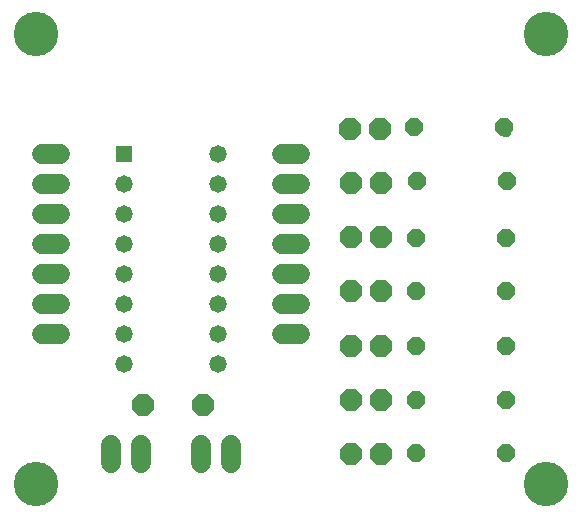
<source format=gbr>
G04 EAGLE Gerber RS-274X export*
G75*
%MOMM*%
%FSLAX34Y34*%
%LPD*%
%INSoldermask Top*%
%IPPOS*%
%AMOC8*
5,1,8,0,0,1.08239X$1,22.5*%
G01*
%ADD10C,3.759200*%
%ADD11R,1.471200X1.471200*%
%ADD12C,1.471200*%
%ADD13C,1.727200*%
%ADD14P,1.649562X8X22.500000*%
%ADD15P,2.034460X8X202.500000*%
%ADD16P,1.951982X8X22.500000*%
%ADD17C,0.959600*%


D10*
X38100Y419100D03*
X469900Y419100D03*
X469900Y38100D03*
X38100Y38100D03*
D11*
X112700Y317500D03*
D12*
X112700Y292100D03*
X112700Y266700D03*
X112700Y241300D03*
X112700Y215900D03*
X112700Y190500D03*
X112700Y165100D03*
X112700Y139700D03*
X192100Y139700D03*
X192100Y165100D03*
X192100Y190500D03*
X192100Y215900D03*
X192100Y241300D03*
X192100Y266700D03*
X192100Y292100D03*
X192100Y317500D03*
D13*
X58420Y317500D02*
X43180Y317500D01*
X43180Y292100D02*
X58420Y292100D01*
X58420Y266700D02*
X43180Y266700D01*
X43180Y241300D02*
X58420Y241300D01*
X58420Y215900D02*
X43180Y215900D01*
X43180Y190500D02*
X58420Y190500D01*
X58420Y165100D02*
X43180Y165100D01*
X246380Y165100D02*
X261620Y165100D01*
X261620Y190500D02*
X246380Y190500D01*
X246380Y215900D02*
X261620Y215900D01*
X261620Y241300D02*
X246380Y241300D01*
X246380Y266700D02*
X261620Y266700D01*
X261620Y292100D02*
X246380Y292100D01*
X246380Y317500D02*
X261620Y317500D01*
X101600Y71120D02*
X101600Y55880D01*
X127000Y55880D02*
X127000Y71120D01*
X177800Y71120D02*
X177800Y55880D01*
X203200Y55880D02*
X203200Y71120D01*
D14*
X359410Y64770D03*
X435610Y64770D03*
X359410Y109220D03*
X435610Y109220D03*
X359410Y154940D03*
X435610Y154940D03*
X359410Y201930D03*
X435610Y201930D03*
X359410Y246380D03*
X435610Y246380D03*
X360680Y294640D03*
X436880Y294640D03*
X358140Y340360D03*
X434340Y340360D03*
D15*
X330200Y63500D03*
X304800Y63500D03*
X330200Y109220D03*
X304800Y109220D03*
X330200Y154940D03*
X304800Y154940D03*
X330200Y201930D03*
X304800Y201930D03*
X330200Y247650D03*
X304800Y247650D03*
X330200Y293370D03*
X304800Y293370D03*
X328930Y339090D03*
X303530Y339090D03*
D16*
X128270Y105410D03*
X179070Y105410D03*
D17*
X356616Y340106D03*
X435864Y336804D03*
M02*

</source>
